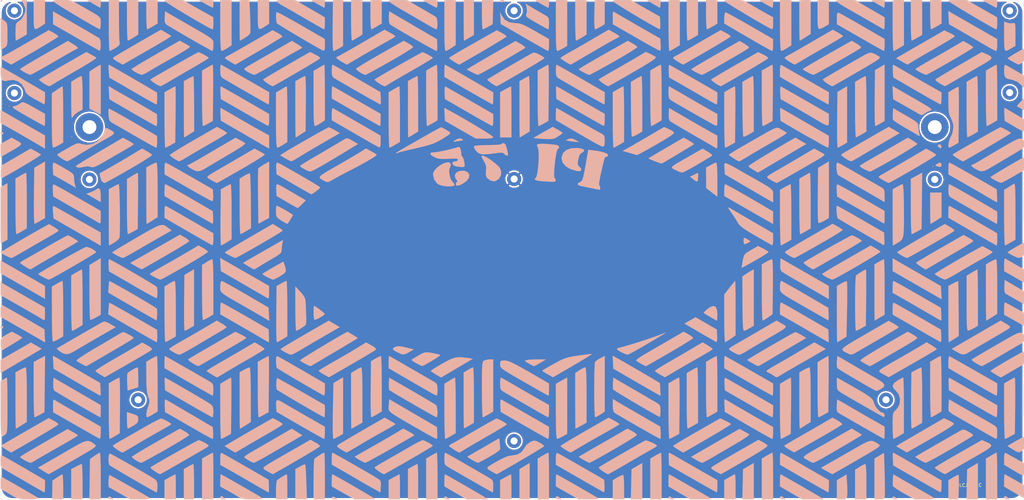
<source format=kicad_pcb>
(kicad_pcb (version 20171130) (host pcbnew "(5.1.10)-1")
  (layers (0 F.Cu signal hide) (31 B.Cu signal hide) (34 B.Paste user hide) (35 F.Paste user hide) (36 B.SilkS user) (37 F.SilkS user) (38 B.Mask user) (39 F.Mask user) (44 Edge.Cuts user))
  (net 0 "")
  (net 1 GND)
  (module cftkb:MountingHole_2.2mm_M2_Pad (layer F.Cu) (at 143.5227 61.087)
    (fp_text reference H1)
    (fp_text value MountingHole_Pad)
    (pad 1 thru_hole circle (at 0 0) (size 4.4 4.4) (drill 2.2) (layers *.Cu *.Mask) (net 1 GND))
  )
  (module pi75:back-pattern-new (layer B.Cu) (at 143.0528 82.7786 180)
    (fp_text reference G*** hide)
    (fp_text value LOGO hide)
  )
  (module cftkb:MountingHole_2.2mm_M2_Pad (layer F.Cu) (at 297.18 34.3027)
    (fp_text reference REF**)
    (fp_text value MountingHole_2.2mm_M2_Pad)
    (pad 1 thru_hole circle (at 0 0) (size 4.4 4.4) (drill 2.2) (layers *.Cu *.Mask))
  )
  (module cftkb:MountingHole_2.2mm_M2_Pad (layer F.Cu) (at 297.18 8.9027)
    (fp_text reference REF**)
    (fp_text value MountingHole_2.2mm_M2_Pad)
    (pad 1 thru_hole circle (at 0 0) (size 4.4 4.4) (drill 2.2) (layers *.Cu *.Mask))
  )
  (module cftkb:MountingHole_2.2mm_M2_Pad (layer F.Cu) (at 258.8387 129.54)
    (fp_text reference REF**)
    (fp_text value MountingHole_2.2mm_M2_Pad)
    (pad 1 thru_hole circle (at 0 0) (size 4.4 4.4) (drill 2.2) (layers *.Cu *.Mask))
  )
  (module cftkb:MountingHole_2.2mm_M2_Pad (layer F.Cu) (at 11.8237 61.214)
    (fp_text reference REF**)
    (fp_text value MountingHole_2.2mm_M2_Pad)
    (pad 1 thru_hole circle (at 0 0) (size 4.4 4.4) (drill 2.2) (layers *.Cu *.Mask))
  )
  (module cftkb:MountingHole_2.2mm_M2_Pad (layer F.Cu) (at 26.9367 129.54)
    (fp_text reference REF**)
    (fp_text value MountingHole_2.2mm_M2_Pad)
    (pad 1 thru_hole circle (at 0 0) (size 4.4 4.4) (drill 2.2) (layers *.Cu *.Mask))
  )
  (module cftkb:MountingHole_2.2mm_M2_Pad (layer F.Cu) (at 273.9517 61.214)
    (fp_text reference REF**)
    (fp_text value MountingHole_2.2mm_M2_Pad)
    (pad 1 thru_hole circle (at 0 0) (size 4.4 4.4) (drill 2.2) (layers *.Cu *.Mask))
  )
  (module cftkb:MountingHole_2.2mm_M2_Pad (layer F.Cu) (at 143.51 142.3162)
    (fp_text reference REF**)
    (fp_text value MountingHole_2.2mm_M2_Pad)
    (pad 1 thru_hole circle (at 0 0) (size 4.4 4.4) (drill 2.2) (layers *.Cu *.Mask))
  )
  (module cftkb:MountingHole_2.2mm_M2_Pad (layer F.Cu) (at -11.43 8.9027)
    (fp_text reference REF**)
    (fp_text value MountingHole_2.2mm_M2_Pad)
    (pad 1 thru_hole circle (at 0 0) (size 4.4 4.4) (drill 2.2) (layers *.Cu *.Mask))
  )
  (module cftkb:MountingHole_2.2mm_M2_Pad (layer F.Cu) (at -11.43 34.4297)
    (fp_text reference REF**)
    (fp_text value MountingHole_2.2mm_M2_Pad)
    (pad 1 thru_hole circle (at 0 0) (size 4.4 4.4) (drill 2.2) (layers *.Cu *.Mask))
  )
  (module cftkb:MountingHole_2.2mm_M2_Pad (layer F.Cu) (at 143.51 8.9027)
    (fp_text reference REF**)
    (fp_text value MountingHole_2.2mm_M2_Pad)
    (pad 1 thru_hole circle (at 0 0) (size 4.4 4.4) (drill 2.2) (layers *.Cu *.Mask))
  )
  (module pi75:back-pattern-no-holes-center-mask (layer B.Cu) (at 145.6944 85.4456 180)
    (fp_text reference G*** hide)
    (fp_text value LOGO hide)
  )
  (module MountingHole:MountingHole_4.3mm_M4_Pad (layer F.Cu) (at 273.9644 44.9834)
    (fp_text reference REF**)
    (fp_text value MountingHole_4.3mm_M4_Pad)
    (pad 1 thru_hole circle (at 0 0) (size 8.6 8.6) (drill 4.3) (layers *.Cu *.Mask))
  )
  (module MountingHole:MountingHole_4.3mm_M4_Pad (layer F.Cu) (at 11.8364 44.9834)
    (fp_text reference REF**)
    (fp_text value MountingHole_4.3mm_M4_Pad)
    (pad 1 thru_hole circle (at 0 0) (size 8.6 8.6) (drill 4.3) (layers *.Cu *.Mask))
  )
  (gr_line (start 297.815 5.6007) (end -12.065 5.6007) (layer Edge.Cuts) (width 0.05))
  (gr_arc (start 297.815 9.4107) (end 301.625 9.4107) (angle -90) (layer Edge.Cuts) (width 0.05))
  (gr_arc (start 297.815 156.7307) (end 297.815 160.5407) (angle -90) (layer Edge.Cuts) (width 0.05))
  (gr_arc (start -12.065 156.7307) (end -15.875 156.7307) (angle -90) (layer Edge.Cuts) (width 0.05))
  (gr_line (start 297.815 160.5407) (end -12.065 160.5407) (layer Edge.Cuts) (width 0.05))
  (gr_line (start -15.875 9.4107) (end -15.875 156.7307) (layer Edge.Cuts) (width 0.05))
  (gr_arc (start -12.065 9.4107) (end -12.065 5.6007) (angle -90) (layer Edge.Cuts) (width 0.05))
  (gr_line (start 301.625 9.4107) (end 301.625 156.7307) (layer Edge.Cuts) (width 0.05))
  (gr_text JLCJLCJLCJLC (at 283.3624 156.0322) (layer F.SilkS) (effects (font (size 1 1))))
  (zone (net 1) (net_name GND) (layer F.Cu) (connect_pads (clearance 0.508)) (min_thickness 0.254) (fill yes (arc_segments 32) (thermal_gap 0.508) (thermal_bridge_width 0.508))
    (polygon (pts (xy 304.0634 0.9652) (xy 304.545339 164.824532) (xy -19.6342 166.2176) (xy -21.5138 0.2794)))
    (polygon (pts (xy 304.546 165.0492) (xy 304.545339 164.824532) (xy 305.4604 164.8206)))
  )
  (zone (net 1) (net_name GND) (layer B.Cu) (connect_pads (clearance 0.508)) (min_thickness 0.254) (fill yes (arc_segments 32) (thermal_gap 0.508) (thermal_bridge_width 0.508))
    (polygon (pts (xy 303.3776 2.1336) (xy 303.3776 164.338) (xy -18.9484 166.9034) (xy -20.574 0.7366)))
  )
)
</source>
